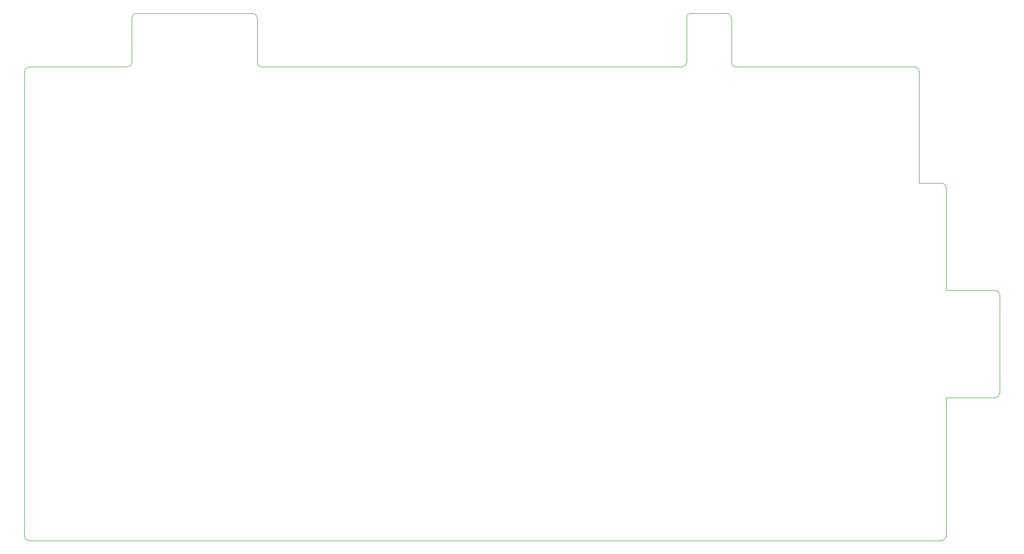
<source format=gbr>
G04 #@! TF.GenerationSoftware,KiCad,Pcbnew,(5.1.4)-1*
G04 #@! TF.CreationDate,2020-11-20T09:34:24-08:00*
G04 #@! TF.ProjectId,_autosave-_autosave-_autosave-_autosave-uwu-55,5f617574-6f73-4617-9665-2d5f6175746f,rev?*
G04 #@! TF.SameCoordinates,Original*
G04 #@! TF.FileFunction,Profile,NP*
%FSLAX46Y46*%
G04 Gerber Fmt 4.6, Leading zero omitted, Abs format (unit mm)*
G04 Created by KiCad (PCBNEW (5.1.4)-1) date 2020-11-20 09:34:24*
%MOMM*%
%LPD*%
G04 APERTURE LIST*
%ADD10C,0.050000*%
G04 APERTURE END LIST*
D10*
X-51593750Y-55562500D02*
X-34131250Y-55562500D01*
X-10318750Y-55562500D02*
X59531250Y-55562500D01*
X-11906250Y-46037500D02*
G75*
G02X-11112500Y-46831250I0J-793750D01*
G01*
X-33337500Y-46831250D02*
G75*
G02X-32543750Y-46037500I793750J0D01*
G01*
X-33337500Y-54768750D02*
G75*
G02X-34131250Y-55562500I-793750J0D01*
G01*
X-10318750Y-55562500D02*
G75*
G02X-11112500Y-54768750I0J793750D01*
G01*
X-11112500Y-46831250D02*
X-11112500Y-54768750D01*
X-33337500Y-46831250D02*
X-33337500Y-54768750D01*
X-32543750Y-46037500D02*
X-11906250Y-46037500D01*
X105568750Y-55562500D02*
G75*
G02X106362500Y-56356250I0J-793750D01*
G01*
X73818750Y-55562500D02*
G75*
G02X73025000Y-54768750I0J793750D01*
G01*
X72231250Y-46037500D02*
G75*
G02X73025000Y-46831250I0J-793750D01*
G01*
X65087500Y-46831250D02*
G75*
G02X65881250Y-46037500I793750J0D01*
G01*
X65087500Y-54768750D02*
G75*
G02X64293750Y-55562500I-793750J0D01*
G01*
X106362500Y-56356250D02*
X106362500Y-57943750D01*
X73818750Y-55562500D02*
X105568750Y-55562500D01*
X73025000Y-46831250D02*
X73025000Y-54768750D01*
X65881250Y-46037500D02*
X72231250Y-46037500D01*
X65087500Y-54768750D02*
X65087500Y-46831250D01*
X59531250Y-55562500D02*
X64293750Y-55562500D01*
X120650000Y-96837500D02*
X120650000Y-96043750D01*
X-52387500Y-56356250D02*
G75*
G02X-51593750Y-55562500I793750J0D01*
G01*
X-51593750Y-139700000D02*
G75*
G02X-52387500Y-138906250I0J793750D01*
G01*
X111125000Y-138906250D02*
G75*
G02X110331250Y-139700000I-793750J0D01*
G01*
X111125000Y-114300000D02*
X111125000Y-138906250D01*
X119856250Y-114300000D02*
X111125000Y-114300000D01*
X120650000Y-96837500D02*
X120650000Y-113506250D01*
X111125000Y-95250000D02*
X119856250Y-95250000D01*
X111125000Y-76993750D02*
X111125000Y-95250000D01*
X106362500Y-76200000D02*
X110331250Y-76200000D01*
X106362500Y-57943750D02*
X106362500Y-76200000D01*
X-52387500Y-138906250D02*
X-52387500Y-56356250D01*
X110331250Y-139700000D02*
X-51593750Y-139700000D01*
X120650000Y-113506250D02*
G75*
G02X119856250Y-114300000I-793750J0D01*
G01*
X119856250Y-95250000D02*
G75*
G02X120650000Y-96043750I0J-793750D01*
G01*
X110331250Y-76200000D02*
G75*
G02X111125000Y-76993750I0J-793750D01*
G01*
M02*

</source>
